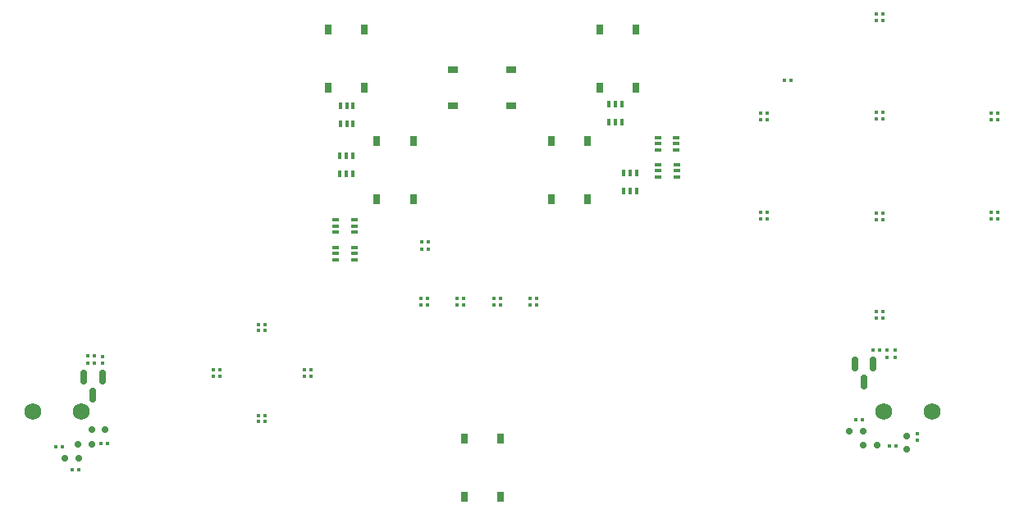
<source format=gbr>
%TF.GenerationSoftware,KiCad,Pcbnew,8.0.2*%
%TF.CreationDate,2025-05-18T15:38:24-07:00*%
%TF.ProjectId,PGS_Main_Board,5047535f-4d61-4696-9e5f-426f6172642e,rev?*%
%TF.SameCoordinates,Original*%
%TF.FileFunction,Paste,Top*%
%TF.FilePolarity,Positive*%
%FSLAX46Y46*%
G04 Gerber Fmt 4.6, Leading zero omitted, Abs format (unit mm)*
G04 Created by KiCad (PCBNEW 8.0.2) date 2025-05-18 15:38:24*
%MOMM*%
%LPD*%
G01*
G04 APERTURE LIST*
G04 Aperture macros list*
%AMRoundRect*
0 Rectangle with rounded corners*
0 $1 Rounding radius*
0 $2 $3 $4 $5 $6 $7 $8 $9 X,Y pos of 4 corners*
0 Add a 4 corners polygon primitive as box body*
4,1,4,$2,$3,$4,$5,$6,$7,$8,$9,$2,$3,0*
0 Add four circle primitives for the rounded corners*
1,1,$1+$1,$2,$3*
1,1,$1+$1,$4,$5*
1,1,$1+$1,$6,$7*
1,1,$1+$1,$8,$9*
0 Add four rect primitives between the rounded corners*
20,1,$1+$1,$2,$3,$4,$5,0*
20,1,$1+$1,$4,$5,$6,$7,0*
20,1,$1+$1,$6,$7,$8,$9,0*
20,1,$1+$1,$8,$9,$2,$3,0*%
G04 Aperture macros list end*
%ADD10R,0.370000X0.370000*%
%ADD11RoundRect,0.100000X0.225000X0.100000X-0.225000X0.100000X-0.225000X-0.100000X0.225000X-0.100000X0*%
%ADD12RoundRect,0.150000X0.150000X0.200000X-0.150000X0.200000X-0.150000X-0.200000X0.150000X-0.200000X0*%
%ADD13RoundRect,0.150000X-0.150000X-0.200000X0.150000X-0.200000X0.150000X0.200000X-0.150000X0.200000X0*%
%ADD14RoundRect,0.150000X0.200000X-0.150000X0.200000X0.150000X-0.200000X0.150000X-0.200000X-0.150000X0*%
%ADD15RoundRect,0.079500X0.079500X0.100500X-0.079500X0.100500X-0.079500X-0.100500X0.079500X-0.100500X0*%
%ADD16RoundRect,0.100000X0.100000X-0.225000X0.100000X0.225000X-0.100000X0.225000X-0.100000X-0.225000X0*%
%ADD17R,0.750000X1.000000*%
%ADD18RoundRect,0.079500X-0.079500X-0.100500X0.079500X-0.100500X0.079500X0.100500X-0.079500X0.100500X0*%
%ADD19RoundRect,0.100000X-0.225000X-0.100000X0.225000X-0.100000X0.225000X0.100000X-0.225000X0.100000X0*%
%ADD20RoundRect,0.079500X-0.100500X0.079500X-0.100500X-0.079500X0.100500X-0.079500X0.100500X0.079500X0*%
%ADD21R,1.000000X0.750000*%
%ADD22RoundRect,0.079500X0.100500X-0.079500X0.100500X0.079500X-0.100500X0.079500X-0.100500X-0.079500X0*%
%ADD23RoundRect,0.150000X-0.150000X0.587500X-0.150000X-0.587500X0.150000X-0.587500X0.150000X0.587500X0*%
%ADD24RoundRect,0.100000X-0.100000X0.225000X-0.100000X-0.225000X0.100000X-0.225000X0.100000X0.225000X0*%
%ADD25C,1.750000*%
G04 APERTURE END LIST*
D10*
%TO.C,RGB1*%
X111417734Y-32364086D03*
X112087734Y-32364086D03*
X112087734Y-31694086D03*
X111417734Y-31694086D03*
%TD*%
%TO.C,RGB11*%
X68208091Y-51546695D03*
X68878091Y-51546695D03*
X68878091Y-50876695D03*
X68208091Y-50876695D03*
%TD*%
D11*
%TO.C,D15*%
X90824134Y-38357323D03*
X90824134Y-37707323D03*
X90824134Y-37057323D03*
X88924134Y-37057323D03*
X88924134Y-37707323D03*
X88924134Y-38357323D03*
%TD*%
D10*
%TO.C,RGB6*%
X111417734Y-52939086D03*
X112087734Y-52939086D03*
X112087734Y-52269086D03*
X111417734Y-52269086D03*
%TD*%
D12*
%TO.C,D4*%
X30475000Y-64434247D03*
X31875000Y-64434247D03*
%TD*%
D10*
%TO.C,RGB5*%
X111417735Y-42739087D03*
X112087735Y-42739087D03*
X112087735Y-42069087D03*
X111417735Y-42069087D03*
%TD*%
%TO.C,RGB15*%
X43003832Y-58919448D03*
X43673832Y-58919448D03*
X43673832Y-58249448D03*
X43003832Y-58249448D03*
%TD*%
D13*
%TO.C,D1*%
X29125000Y-67400000D03*
X27725000Y-67400000D03*
%TD*%
D14*
%TO.C,D2*%
X114550000Y-65075000D03*
X114550000Y-66475000D03*
%TD*%
D15*
%TO.C,C14*%
X109995000Y-63400000D03*
X109305000Y-63400000D03*
%TD*%
D13*
%TO.C,D5*%
X111525000Y-66050000D03*
X110125000Y-66050000D03*
%TD*%
D15*
%TO.C,C9*%
X30782501Y-57600000D03*
X30092501Y-57600000D03*
%TD*%
D10*
%TO.C,RGB8*%
X99517735Y-32451586D03*
X100187735Y-32451586D03*
X100187735Y-31781586D03*
X99517735Y-31781586D03*
%TD*%
%TO.C,RGB13*%
X52403830Y-58919448D03*
X53073830Y-58919448D03*
X53073830Y-58249448D03*
X52403830Y-58249448D03*
%TD*%
D16*
%TO.C,D9*%
X56100000Y-38050001D03*
X56750000Y-38050001D03*
X57400000Y-38050001D03*
X57400000Y-36150001D03*
X56750000Y-36150001D03*
X56100000Y-36150001D03*
%TD*%
D13*
%TO.C,D6*%
X110075000Y-64575000D03*
X108675000Y-64575000D03*
%TD*%
D15*
%TO.C,R9*%
X27420000Y-66200000D03*
X26730000Y-66200000D03*
%TD*%
D17*
%TO.C,SW2*%
X59897471Y-40632897D03*
X59897471Y-34632897D03*
X63647471Y-40632897D03*
X63647471Y-34632897D03*
%TD*%
D10*
%TO.C,RGB14*%
X47703830Y-63619448D03*
X48373830Y-63619448D03*
X48373830Y-62949448D03*
X47703830Y-62949448D03*
%TD*%
D15*
%TO.C,R29*%
X65215000Y-45025000D03*
X64525000Y-45025000D03*
%TD*%
D18*
%TO.C,R24*%
X101930000Y-28400000D03*
X102620000Y-28400000D03*
%TD*%
D19*
%TO.C,D13*%
X55650000Y-42750000D03*
X55650000Y-43400000D03*
X55650000Y-44050000D03*
X57550000Y-44050000D03*
X57550000Y-43400000D03*
X57550000Y-42750000D03*
%TD*%
D17*
%TO.C,SW4*%
X77920603Y-40632897D03*
X77920603Y-34632897D03*
X81670603Y-40632897D03*
X81670603Y-34632897D03*
%TD*%
D16*
%TO.C,D12*%
X85375000Y-39825001D03*
X86025000Y-39825001D03*
X86675000Y-39825001D03*
X86675000Y-37925001D03*
X86025000Y-37925001D03*
X85375000Y-37925001D03*
%TD*%
D18*
%TO.C,R5*%
X30092501Y-56825000D03*
X30782501Y-56825000D03*
%TD*%
D10*
%TO.C,RGB9*%
X75708093Y-51546695D03*
X76378093Y-51546695D03*
X76378093Y-50876695D03*
X75708093Y-50876695D03*
%TD*%
D20*
%TO.C,C10*%
X113350000Y-56255000D03*
X113350000Y-56945000D03*
%TD*%
D10*
%TO.C,RGB7*%
X99517735Y-42651587D03*
X100187735Y-42651587D03*
X100187735Y-41981587D03*
X99517735Y-41981587D03*
%TD*%
D18*
%TO.C,C11*%
X28455000Y-68550000D03*
X29145000Y-68550000D03*
%TD*%
D10*
%TO.C,RGB2*%
X111417735Y-22164087D03*
X112087735Y-22164087D03*
X112087735Y-21494087D03*
X111417735Y-21494087D03*
%TD*%
D21*
%TO.C,SW15*%
X67780001Y-27261254D03*
X73780001Y-27261254D03*
X67780001Y-31011254D03*
X73780001Y-31011254D03*
%TD*%
D22*
%TO.C,C13*%
X115675000Y-65570000D03*
X115675000Y-64880000D03*
%TD*%
D10*
%TO.C,RGB3*%
X123317735Y-42651586D03*
X123987735Y-42651586D03*
X123987735Y-41981586D03*
X123317735Y-41981586D03*
%TD*%
D15*
%TO.C,R8*%
X111795000Y-56250000D03*
X111105000Y-56250000D03*
%TD*%
D20*
%TO.C,R7*%
X31562501Y-56905000D03*
X31562501Y-57595000D03*
%TD*%
D11*
%TO.C,D16*%
X90820689Y-35553012D03*
X90820689Y-34903012D03*
X90820689Y-34253012D03*
X88920689Y-34253012D03*
X88920689Y-34903012D03*
X88920689Y-35553012D03*
%TD*%
D18*
%TO.C,C12*%
X31455000Y-65900000D03*
X32145000Y-65900000D03*
%TD*%
%TO.C,R10*%
X112755000Y-66150000D03*
X113445000Y-66150000D03*
%TD*%
D12*
%TO.C,D3*%
X29073664Y-65918303D03*
X30473664Y-65918303D03*
%TD*%
D10*
%TO.C,RGB12*%
X64458092Y-51546695D03*
X65128092Y-51546695D03*
X65128092Y-50876695D03*
X64458092Y-50876695D03*
%TD*%
D18*
%TO.C,R28*%
X64530000Y-45780136D03*
X65220000Y-45780136D03*
%TD*%
D23*
%TO.C,Q1*%
X31562501Y-59012500D03*
X29662501Y-59012500D03*
X30612501Y-60887500D03*
%TD*%
D17*
%TO.C,SW1*%
X54897472Y-29132898D03*
X54897472Y-23132898D03*
X58647472Y-29132898D03*
X58647472Y-23132898D03*
%TD*%
D22*
%TO.C,R6*%
X112575000Y-56945000D03*
X112575000Y-56255000D03*
%TD*%
D24*
%TO.C,D11*%
X85162500Y-30800000D03*
X84512500Y-30800000D03*
X83862500Y-30800000D03*
X83862500Y-32700000D03*
X84512500Y-32700000D03*
X85162500Y-32700000D03*
%TD*%
D10*
%TO.C,RGB4*%
X123317735Y-32451587D03*
X123987735Y-32451587D03*
X123987735Y-31781587D03*
X123317735Y-31781587D03*
%TD*%
%TO.C,RGB16*%
X47703830Y-54219448D03*
X48373830Y-54219448D03*
X48373830Y-53549448D03*
X47703830Y-53549448D03*
%TD*%
%TO.C,RGB10*%
X71958091Y-51546695D03*
X72628091Y-51546695D03*
X72628091Y-50876695D03*
X71958091Y-50876695D03*
%TD*%
D23*
%TO.C,Q2*%
X111125000Y-57662500D03*
X109225000Y-57662500D03*
X110175000Y-59537500D03*
%TD*%
D17*
%TO.C,SW16*%
X72647472Y-65382898D03*
X72647472Y-71382898D03*
X68897472Y-65382898D03*
X68897472Y-71382898D03*
%TD*%
D24*
%TO.C,D8*%
X57437499Y-30950000D03*
X56787499Y-30950000D03*
X56137499Y-30950000D03*
X56137499Y-32850000D03*
X56787499Y-32850000D03*
X57437499Y-32850000D03*
%TD*%
D19*
%TO.C,D14*%
X55650000Y-45600000D03*
X55650000Y-46250000D03*
X55650000Y-46900000D03*
X57550000Y-46900000D03*
X57550000Y-46250000D03*
X57550000Y-45600000D03*
%TD*%
D17*
%TO.C,SW3*%
X82920604Y-29132897D03*
X82920604Y-23132897D03*
X86670604Y-29132897D03*
X86670604Y-23132897D03*
%TD*%
D25*
%TO.C,SW9*%
X24406262Y-62529128D03*
X29406262Y-62529128D03*
%TD*%
%TO.C,SW14*%
X112161814Y-62529128D03*
X117161814Y-62529128D03*
%TD*%
M02*

</source>
